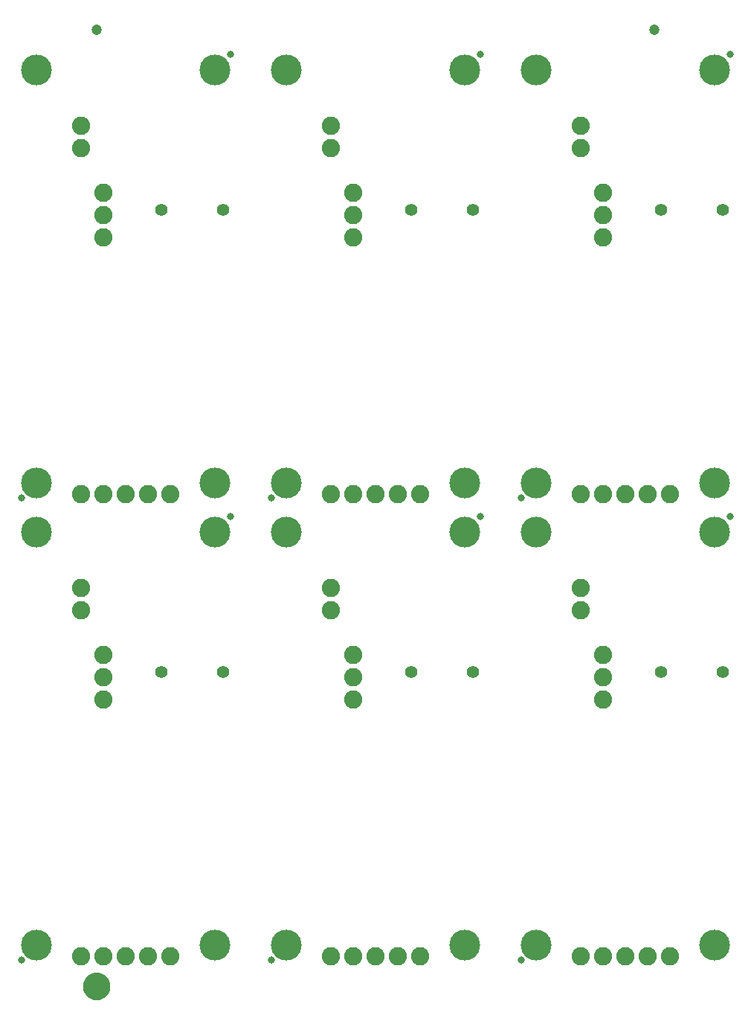
<source format=gbs>
G75*
%MOIN*%
%OFA0B0*%
%FSLAX25Y25*%
%IPPOS*%
%LPD*%
%AMOC8*
5,1,8,0,0,1.08239X$1,22.5*
%
%ADD10C,0.13800*%
%ADD11C,0.03300*%
%ADD12C,0.08200*%
%ADD13C,0.05524*%
%ADD14C,0.04737*%
%ADD15C,0.05000*%
%ADD16C,0.06706*%
D10*
X0048750Y0038500D03*
X0128750Y0038500D03*
X0160750Y0038500D03*
X0240750Y0038500D03*
X0272750Y0038500D03*
X0352750Y0038500D03*
X0352750Y0223500D03*
X0352750Y0245500D03*
X0272750Y0245500D03*
X0272750Y0223500D03*
X0240750Y0223500D03*
X0240750Y0245500D03*
X0160750Y0245500D03*
X0160750Y0223500D03*
X0128750Y0223500D03*
X0128750Y0245500D03*
X0048750Y0245500D03*
X0048750Y0223500D03*
X0048750Y0430500D03*
X0128750Y0430500D03*
X0160750Y0430500D03*
X0240750Y0430500D03*
X0272750Y0430500D03*
X0352750Y0430500D03*
D11*
X0042250Y0032000D03*
X0154250Y0032000D03*
X0266250Y0032000D03*
X0247750Y0230500D03*
X0266250Y0239000D03*
X0359750Y0230500D03*
X0154250Y0239000D03*
X0135750Y0230500D03*
X0042250Y0239000D03*
X0135750Y0437500D03*
X0247750Y0437500D03*
X0359750Y0437500D03*
D12*
X0302750Y0375500D03*
X0302750Y0365500D03*
X0302750Y0355500D03*
X0292750Y0395500D03*
X0292750Y0405500D03*
X0190750Y0375500D03*
X0190750Y0365500D03*
X0190750Y0355500D03*
X0180750Y0395500D03*
X0180750Y0405500D03*
X0078750Y0375500D03*
X0078750Y0365500D03*
X0078750Y0355500D03*
X0068750Y0395500D03*
X0068750Y0405500D03*
X0068750Y0240500D03*
X0078750Y0240500D03*
X0088750Y0240500D03*
X0098750Y0240500D03*
X0108750Y0240500D03*
X0068750Y0198500D03*
X0068750Y0188500D03*
X0078750Y0168500D03*
X0078750Y0158500D03*
X0078750Y0148500D03*
X0180750Y0188500D03*
X0180750Y0198500D03*
X0190750Y0168500D03*
X0190750Y0158500D03*
X0190750Y0148500D03*
X0190750Y0240500D03*
X0200750Y0240500D03*
X0210750Y0240500D03*
X0220750Y0240500D03*
X0180750Y0240500D03*
X0292750Y0240500D03*
X0302750Y0240500D03*
X0312750Y0240500D03*
X0322750Y0240500D03*
X0332750Y0240500D03*
X0292750Y0198500D03*
X0292750Y0188500D03*
X0302750Y0168500D03*
X0302750Y0158500D03*
X0302750Y0148500D03*
X0302750Y0033500D03*
X0292750Y0033500D03*
X0312750Y0033500D03*
X0322750Y0033500D03*
X0332750Y0033500D03*
X0220750Y0033500D03*
X0210750Y0033500D03*
X0200750Y0033500D03*
X0190750Y0033500D03*
X0180750Y0033500D03*
X0108750Y0033500D03*
X0098750Y0033500D03*
X0088750Y0033500D03*
X0078750Y0033500D03*
X0068750Y0033500D03*
D13*
X0104892Y0161000D03*
X0132451Y0161000D03*
X0216892Y0161000D03*
X0244451Y0161000D03*
X0328892Y0161000D03*
X0356451Y0161000D03*
X0356451Y0368000D03*
X0328892Y0368000D03*
X0244451Y0368000D03*
X0216892Y0368000D03*
X0132451Y0368000D03*
X0104892Y0368000D03*
D14*
X0075750Y0448750D03*
X0325750Y0448750D03*
D15*
X0072185Y0020250D02*
X0072187Y0020369D01*
X0072193Y0020488D01*
X0072203Y0020607D01*
X0072217Y0020725D01*
X0072235Y0020843D01*
X0072256Y0020960D01*
X0072282Y0021076D01*
X0072312Y0021192D01*
X0072345Y0021306D01*
X0072382Y0021419D01*
X0072423Y0021531D01*
X0072468Y0021642D01*
X0072516Y0021751D01*
X0072568Y0021858D01*
X0072624Y0021963D01*
X0072683Y0022067D01*
X0072745Y0022168D01*
X0072811Y0022268D01*
X0072880Y0022365D01*
X0072952Y0022459D01*
X0073028Y0022552D01*
X0073106Y0022641D01*
X0073187Y0022728D01*
X0073272Y0022813D01*
X0073359Y0022894D01*
X0073448Y0022972D01*
X0073541Y0023048D01*
X0073635Y0023120D01*
X0073732Y0023189D01*
X0073832Y0023255D01*
X0073933Y0023317D01*
X0074037Y0023376D01*
X0074142Y0023432D01*
X0074249Y0023484D01*
X0074358Y0023532D01*
X0074469Y0023577D01*
X0074581Y0023618D01*
X0074694Y0023655D01*
X0074808Y0023688D01*
X0074924Y0023718D01*
X0075040Y0023744D01*
X0075157Y0023765D01*
X0075275Y0023783D01*
X0075393Y0023797D01*
X0075512Y0023807D01*
X0075631Y0023813D01*
X0075750Y0023815D01*
X0075869Y0023813D01*
X0075988Y0023807D01*
X0076107Y0023797D01*
X0076225Y0023783D01*
X0076343Y0023765D01*
X0076460Y0023744D01*
X0076576Y0023718D01*
X0076692Y0023688D01*
X0076806Y0023655D01*
X0076919Y0023618D01*
X0077031Y0023577D01*
X0077142Y0023532D01*
X0077251Y0023484D01*
X0077358Y0023432D01*
X0077463Y0023376D01*
X0077567Y0023317D01*
X0077668Y0023255D01*
X0077768Y0023189D01*
X0077865Y0023120D01*
X0077959Y0023048D01*
X0078052Y0022972D01*
X0078141Y0022894D01*
X0078228Y0022813D01*
X0078313Y0022728D01*
X0078394Y0022641D01*
X0078472Y0022552D01*
X0078548Y0022459D01*
X0078620Y0022365D01*
X0078689Y0022268D01*
X0078755Y0022168D01*
X0078817Y0022067D01*
X0078876Y0021963D01*
X0078932Y0021858D01*
X0078984Y0021751D01*
X0079032Y0021642D01*
X0079077Y0021531D01*
X0079118Y0021419D01*
X0079155Y0021306D01*
X0079188Y0021192D01*
X0079218Y0021076D01*
X0079244Y0020960D01*
X0079265Y0020843D01*
X0079283Y0020725D01*
X0079297Y0020607D01*
X0079307Y0020488D01*
X0079313Y0020369D01*
X0079315Y0020250D01*
X0079313Y0020131D01*
X0079307Y0020012D01*
X0079297Y0019893D01*
X0079283Y0019775D01*
X0079265Y0019657D01*
X0079244Y0019540D01*
X0079218Y0019424D01*
X0079188Y0019308D01*
X0079155Y0019194D01*
X0079118Y0019081D01*
X0079077Y0018969D01*
X0079032Y0018858D01*
X0078984Y0018749D01*
X0078932Y0018642D01*
X0078876Y0018537D01*
X0078817Y0018433D01*
X0078755Y0018332D01*
X0078689Y0018232D01*
X0078620Y0018135D01*
X0078548Y0018041D01*
X0078472Y0017948D01*
X0078394Y0017859D01*
X0078313Y0017772D01*
X0078228Y0017687D01*
X0078141Y0017606D01*
X0078052Y0017528D01*
X0077959Y0017452D01*
X0077865Y0017380D01*
X0077768Y0017311D01*
X0077668Y0017245D01*
X0077567Y0017183D01*
X0077463Y0017124D01*
X0077358Y0017068D01*
X0077251Y0017016D01*
X0077142Y0016968D01*
X0077031Y0016923D01*
X0076919Y0016882D01*
X0076806Y0016845D01*
X0076692Y0016812D01*
X0076576Y0016782D01*
X0076460Y0016756D01*
X0076343Y0016735D01*
X0076225Y0016717D01*
X0076107Y0016703D01*
X0075988Y0016693D01*
X0075869Y0016687D01*
X0075750Y0016685D01*
X0075631Y0016687D01*
X0075512Y0016693D01*
X0075393Y0016703D01*
X0075275Y0016717D01*
X0075157Y0016735D01*
X0075040Y0016756D01*
X0074924Y0016782D01*
X0074808Y0016812D01*
X0074694Y0016845D01*
X0074581Y0016882D01*
X0074469Y0016923D01*
X0074358Y0016968D01*
X0074249Y0017016D01*
X0074142Y0017068D01*
X0074037Y0017124D01*
X0073933Y0017183D01*
X0073832Y0017245D01*
X0073732Y0017311D01*
X0073635Y0017380D01*
X0073541Y0017452D01*
X0073448Y0017528D01*
X0073359Y0017606D01*
X0073272Y0017687D01*
X0073187Y0017772D01*
X0073106Y0017859D01*
X0073028Y0017948D01*
X0072952Y0018041D01*
X0072880Y0018135D01*
X0072811Y0018232D01*
X0072745Y0018332D01*
X0072683Y0018433D01*
X0072624Y0018537D01*
X0072568Y0018642D01*
X0072516Y0018749D01*
X0072468Y0018858D01*
X0072423Y0018969D01*
X0072382Y0019081D01*
X0072345Y0019194D01*
X0072312Y0019308D01*
X0072282Y0019424D01*
X0072256Y0019540D01*
X0072235Y0019657D01*
X0072217Y0019775D01*
X0072203Y0019893D01*
X0072193Y0020012D01*
X0072187Y0020131D01*
X0072185Y0020250D01*
D16*
X0075750Y0020250D03*
M02*

</source>
